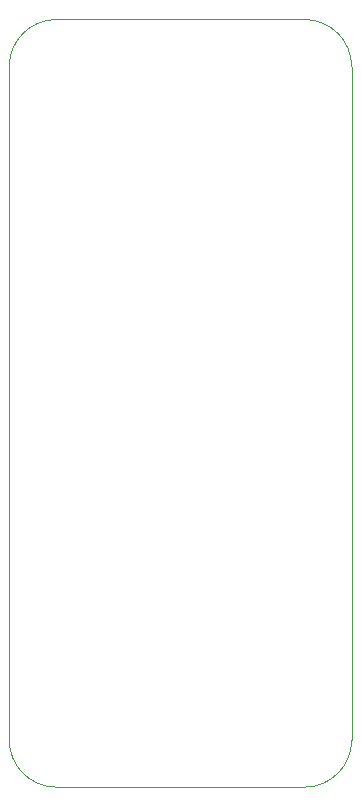
<source format=gbr>
%TF.GenerationSoftware,KiCad,Pcbnew,7.0.9*%
%TF.CreationDate,2025-04-28T00:26:43+09:00*%
%TF.ProjectId,Rp2040_v1.1,52703230-3430-45f7-9631-2e312e6b6963,rev?*%
%TF.SameCoordinates,Original*%
%TF.FileFunction,Profile,NP*%
%FSLAX46Y46*%
G04 Gerber Fmt 4.6, Leading zero omitted, Abs format (unit mm)*
G04 Created by KiCad (PCBNEW 7.0.9) date 2025-04-28 00:26:43*
%MOMM*%
%LPD*%
G01*
G04 APERTURE LIST*
%TA.AperFunction,Profile*%
%ADD10C,0.100000*%
%TD*%
G04 APERTURE END LIST*
D10*
X80000000Y-87000000D02*
X80000000Y-81000000D01*
X109000000Y-87000000D02*
X109000000Y-81000000D01*
X84000000Y-91000000D02*
X105000000Y-91000000D01*
X109000000Y-81000000D02*
X109000000Y-30000000D01*
X80000000Y-30000000D02*
X80000000Y-81000000D01*
X105000000Y-26000000D02*
X84000000Y-26000000D01*
X109000000Y-30000000D02*
G75*
G03*
X105000000Y-26000000I-4000000J0D01*
G01*
X105000000Y-91000000D02*
G75*
G03*
X109000000Y-87000000I0J4000000D01*
G01*
X80000000Y-87000000D02*
G75*
G03*
X84000000Y-91000000I4000000J0D01*
G01*
X84000000Y-26000000D02*
G75*
G03*
X80000000Y-30000000I0J-4000000D01*
G01*
M02*

</source>
